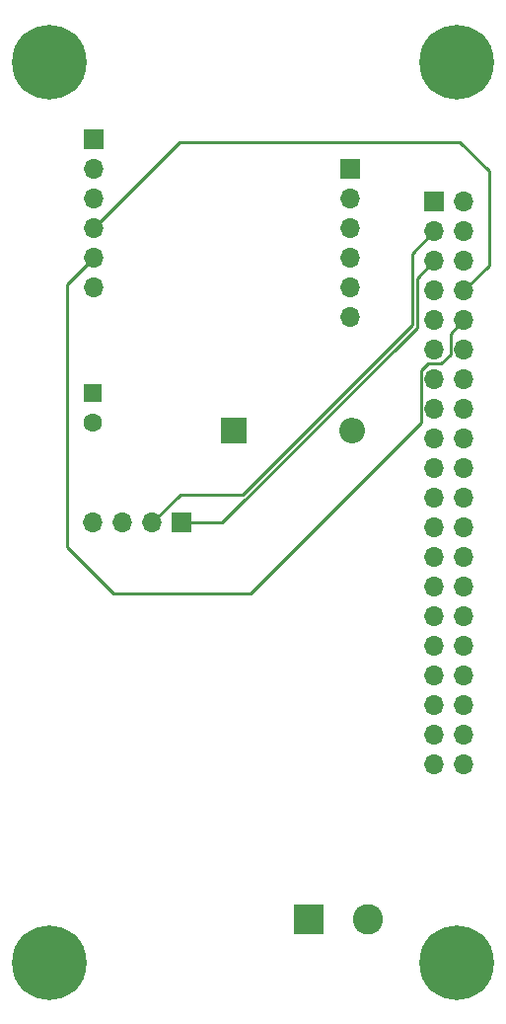
<source format=gbr>
%TF.GenerationSoftware,KiCad,Pcbnew,5.1.6+dfsg1-1*%
%TF.CreationDate,2021-04-08T11:29:05+02:00*%
%TF.ProjectId,gsm-rtc-board,67736d2d-7274-4632-9d62-6f6172642e6b,rev?*%
%TF.SameCoordinates,Original*%
%TF.FileFunction,Copper,L1,Top*%
%TF.FilePolarity,Positive*%
%FSLAX46Y46*%
G04 Gerber Fmt 4.6, Leading zero omitted, Abs format (unit mm)*
G04 Created by KiCad (PCBNEW 5.1.6+dfsg1-1) date 2021-04-08 11:29:05*
%MOMM*%
%LPD*%
G01*
G04 APERTURE LIST*
%TA.AperFunction,ComponentPad*%
%ADD10O,1.700000X1.700000*%
%TD*%
%TA.AperFunction,ComponentPad*%
%ADD11R,1.700000X1.700000*%
%TD*%
%TA.AperFunction,ComponentPad*%
%ADD12C,6.400000*%
%TD*%
%TA.AperFunction,ComponentPad*%
%ADD13C,2.600000*%
%TD*%
%TA.AperFunction,ComponentPad*%
%ADD14R,2.600000X2.600000*%
%TD*%
%TA.AperFunction,ComponentPad*%
%ADD15O,2.200000X2.200000*%
%TD*%
%TA.AperFunction,ComponentPad*%
%ADD16R,2.200000X2.200000*%
%TD*%
%TA.AperFunction,ComponentPad*%
%ADD17C,1.600000*%
%TD*%
%TA.AperFunction,ComponentPad*%
%ADD18R,1.600000X1.600000*%
%TD*%
%TA.AperFunction,Conductor*%
%ADD19C,0.250000*%
%TD*%
G04 APERTURE END LIST*
D10*
%TO.P,J4,4*%
%TO.N,GND*%
X77760000Y-108400000D03*
%TO.P,J4,3*%
%TO.N,+5V*%
X80300000Y-108400000D03*
%TO.P,J4,2*%
%TO.N,Net-(J3-Pad3)*%
X82840000Y-108400000D03*
D11*
%TO.P,J4,1*%
%TO.N,Net-(J3-Pad5)*%
X85380000Y-108400000D03*
%TD*%
D12*
%TO.P,REF\u002A\u002A,1*%
%TO.N,N/C*%
X74000000Y-146100000D03*
%TD*%
%TO.P,REF\u002A\u002A,1*%
%TO.N,N/C*%
X109000000Y-146100000D03*
%TD*%
%TO.P,REF\u002A\u002A,1*%
%TO.N,N/C*%
X109000000Y-68900000D03*
%TD*%
%TO.P,REF\u002A\u002A,1*%
%TO.N,N/C*%
X74000000Y-68900000D03*
%TD*%
D10*
%TO.P,REF\u002A\u002A,6*%
%TO.N,N/C*%
X99800000Y-90740000D03*
%TO.P,REF\u002A\u002A,5*%
X99800000Y-88200000D03*
%TO.P,REF\u002A\u002A,4*%
X99800000Y-85660000D03*
%TO.P,REF\u002A\u002A,3*%
X99800000Y-83120000D03*
%TO.P,REF\u002A\u002A,2*%
X99800000Y-80580000D03*
D11*
%TO.P,REF\u002A\u002A,1*%
X99800000Y-78040000D03*
%TD*%
D10*
%TO.P,J2,6*%
%TO.N,GND*%
X77800000Y-88200000D03*
%TO.P,J2,5*%
%TO.N,Net-(J2-Pad5)*%
X77800000Y-85660000D03*
%TO.P,J2,4*%
%TO.N,Net-(J2-Pad4)*%
X77800000Y-83120000D03*
%TO.P,J2,3*%
%TO.N,N/C*%
X77800000Y-80580000D03*
%TO.P,J2,2*%
%TO.N,Net-(C1-Pad1)*%
X77800000Y-78040000D03*
D11*
%TO.P,J2,1*%
%TO.N,N/C*%
X77800000Y-75500000D03*
%TD*%
D10*
%TO.P,J3,40*%
%TO.N,N/C*%
X109600000Y-129140000D03*
%TO.P,J3,39*%
%TO.N,GND*%
X107060000Y-129140000D03*
%TO.P,J3,38*%
%TO.N,N/C*%
X109600000Y-126600000D03*
%TO.P,J3,37*%
X107060000Y-126600000D03*
%TO.P,J3,36*%
X109600000Y-124060000D03*
%TO.P,J3,35*%
X107060000Y-124060000D03*
%TO.P,J3,34*%
%TO.N,GND*%
X109600000Y-121520000D03*
%TO.P,J3,33*%
%TO.N,N/C*%
X107060000Y-121520000D03*
%TO.P,J3,32*%
X109600000Y-118980000D03*
%TO.P,J3,31*%
X107060000Y-118980000D03*
%TO.P,J3,30*%
%TO.N,GND*%
X109600000Y-116440000D03*
%TO.P,J3,29*%
%TO.N,N/C*%
X107060000Y-116440000D03*
%TO.P,J3,28*%
X109600000Y-113900000D03*
%TO.P,J3,27*%
X107060000Y-113900000D03*
%TO.P,J3,26*%
X109600000Y-111360000D03*
%TO.P,J3,25*%
%TO.N,GND*%
X107060000Y-111360000D03*
%TO.P,J3,24*%
%TO.N,N/C*%
X109600000Y-108820000D03*
%TO.P,J3,23*%
X107060000Y-108820000D03*
%TO.P,J3,22*%
X109600000Y-106280000D03*
%TO.P,J3,21*%
X107060000Y-106280000D03*
%TO.P,J3,20*%
%TO.N,GND*%
X109600000Y-103740000D03*
%TO.P,J3,19*%
%TO.N,N/C*%
X107060000Y-103740000D03*
%TO.P,J3,18*%
X109600000Y-101200000D03*
%TO.P,J3,17*%
X107060000Y-101200000D03*
%TO.P,J3,16*%
X109600000Y-98660000D03*
%TO.P,J3,15*%
X107060000Y-98660000D03*
%TO.P,J3,14*%
%TO.N,GND*%
X109600000Y-96120000D03*
%TO.P,J3,13*%
%TO.N,N/C*%
X107060000Y-96120000D03*
%TO.P,J3,12*%
X109600000Y-93580000D03*
%TO.P,J3,11*%
X107060000Y-93580000D03*
%TO.P,J3,10*%
%TO.N,Net-(J2-Pad5)*%
X109600000Y-91040000D03*
%TO.P,J3,9*%
%TO.N,GND*%
X107060000Y-91040000D03*
%TO.P,J3,8*%
%TO.N,Net-(J2-Pad4)*%
X109600000Y-88500000D03*
%TO.P,J3,7*%
%TO.N,N/C*%
X107060000Y-88500000D03*
%TO.P,J3,6*%
%TO.N,GND*%
X109600000Y-85960000D03*
%TO.P,J3,5*%
%TO.N,Net-(J3-Pad5)*%
X107060000Y-85960000D03*
%TO.P,J3,4*%
%TO.N,+5V*%
X109600000Y-83420000D03*
%TO.P,J3,3*%
%TO.N,Net-(J3-Pad3)*%
X107060000Y-83420000D03*
%TO.P,J3,2*%
%TO.N,+5V*%
X109600000Y-80880000D03*
D11*
%TO.P,J3,1*%
%TO.N,N/C*%
X107060000Y-80880000D03*
%TD*%
D13*
%TO.P,J1,2*%
%TO.N,GND*%
X101380000Y-142400000D03*
D14*
%TO.P,J1,1*%
%TO.N,+5V*%
X96300000Y-142400000D03*
%TD*%
D15*
%TO.P,D1,2*%
%TO.N,+5V*%
X99960000Y-100500000D03*
D16*
%TO.P,D1,1*%
%TO.N,Net-(C1-Pad1)*%
X89800000Y-100500000D03*
%TD*%
D17*
%TO.P,C1,2*%
%TO.N,GND*%
X77700000Y-99800000D03*
D18*
%TO.P,C1,1*%
%TO.N,Net-(C1-Pad1)*%
X77700000Y-97300000D03*
%TD*%
D19*
%TO.N,Net-(J2-Pad5)*%
X77800000Y-85660000D02*
X75500000Y-87960000D01*
X75500000Y-87960000D02*
X75500000Y-110500000D01*
X75500000Y-110500000D02*
X79500000Y-114500000D01*
X79500000Y-114500000D02*
X91250000Y-114500000D01*
X108424999Y-92215001D02*
X109600000Y-91040000D01*
X108424999Y-93954003D02*
X108424999Y-92215001D01*
X107624001Y-94755001D02*
X108424999Y-93954003D01*
X106495999Y-94755001D02*
X107624001Y-94755001D01*
X105884999Y-95366001D02*
X106495999Y-94755001D01*
X105884999Y-99865001D02*
X105884999Y-95366001D01*
X91250000Y-114500000D02*
X105884999Y-99865001D01*
%TO.N,Net-(J2-Pad4)*%
X109600000Y-88500000D02*
X111750000Y-86350000D01*
X111750000Y-86350000D02*
X111750000Y-78250000D01*
X111750000Y-78250000D02*
X109250000Y-75750000D01*
X85170000Y-75750000D02*
X77800000Y-83120000D01*
X109250000Y-75750000D02*
X85170000Y-75750000D01*
%TO.N,Net-(J3-Pad5)*%
X105584999Y-87435001D02*
X105584999Y-91665001D01*
X107060000Y-85960000D02*
X105584999Y-87435001D01*
X88850000Y-108400000D02*
X85380000Y-108400000D01*
X105584999Y-91665001D02*
X88850000Y-108400000D01*
%TO.N,Net-(J3-Pad3)*%
X105134989Y-85345011D02*
X105134989Y-91478601D01*
X107060000Y-83420000D02*
X105134989Y-85345011D01*
X105134989Y-91478601D02*
X90613590Y-106000000D01*
X85240000Y-106000000D02*
X82840000Y-108400000D01*
X90613590Y-106000000D02*
X85240000Y-106000000D01*
%TD*%
M02*

</source>
